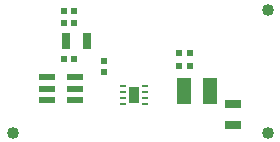
<source format=gtp>
G04*
G04 #@! TF.GenerationSoftware,Altium Limited,Altium Designer,25.4.2 (15)*
G04*
G04 Layer_Color=8421504*
%FSLAX44Y44*%
%MOMM*%
G71*
G04*
G04 #@! TF.SameCoordinates,D5283B10-4766-4311-8C28-4DB947979AFB*
G04*
G04*
G04 #@! TF.FilePolarity,Positive*
G04*
G01*
G75*
%ADD15R,0.8540X1.4660*%
%ADD16C,1.0160*%
G04:AMPARAMS|DCode=17|XSize=1.3mm|YSize=0.76mm|CornerRadius=0.095mm|HoleSize=0mm|Usage=FLASHONLY|Rotation=0.000|XOffset=0mm|YOffset=0mm|HoleType=Round|Shape=RoundedRectangle|*
%AMROUNDEDRECTD17*
21,1,1.3000,0.5700,0,0,0.0*
21,1,1.1100,0.7600,0,0,0.0*
1,1,0.1900,0.5550,-0.2850*
1,1,0.1900,-0.5550,-0.2850*
1,1,0.1900,-0.5550,0.2850*
1,1,0.1900,0.5550,0.2850*
%
%ADD17ROUNDEDRECTD17*%
G04:AMPARAMS|DCode=18|XSize=0.25mm|YSize=0.5mm|CornerRadius=0.05mm|HoleSize=0mm|Usage=FLASHONLY|Rotation=90.000|XOffset=0mm|YOffset=0mm|HoleType=Round|Shape=RoundedRectangle|*
%AMROUNDEDRECTD18*
21,1,0.2500,0.4000,0,0,90.0*
21,1,0.1500,0.5000,0,0,90.0*
1,1,0.1000,0.2000,0.0750*
1,1,0.1000,0.2000,-0.0750*
1,1,0.1000,-0.2000,-0.0750*
1,1,0.1000,-0.2000,0.0750*
%
%ADD18ROUNDEDRECTD18*%
G04:AMPARAMS|DCode=19|XSize=0.55mm|YSize=0.5mm|CornerRadius=0.0625mm|HoleSize=0mm|Usage=FLASHONLY|Rotation=270.000|XOffset=0mm|YOffset=0mm|HoleType=Round|Shape=RoundedRectangle|*
%AMROUNDEDRECTD19*
21,1,0.5500,0.3750,0,0,270.0*
21,1,0.4250,0.5000,0,0,270.0*
1,1,0.1250,-0.1875,-0.2125*
1,1,0.1250,-0.1875,0.2125*
1,1,0.1250,0.1875,0.2125*
1,1,0.1250,0.1875,-0.2125*
%
%ADD19ROUNDEDRECTD19*%
%ADD20R,1.2300X2.2200*%
G04:AMPARAMS|DCode=21|XSize=1.3mm|YSize=0.76mm|CornerRadius=0.095mm|HoleSize=0mm|Usage=FLASHONLY|Rotation=90.000|XOffset=0mm|YOffset=0mm|HoleType=Round|Shape=RoundedRectangle|*
%AMROUNDEDRECTD21*
21,1,1.3000,0.5700,0,0,90.0*
21,1,1.1100,0.7600,0,0,90.0*
1,1,0.1900,0.2850,0.5550*
1,1,0.1900,0.2850,-0.5550*
1,1,0.1900,-0.2850,-0.5550*
1,1,0.1900,-0.2850,0.5550*
%
%ADD21ROUNDEDRECTD21*%
G04:AMPARAMS|DCode=22|XSize=0.55mm|YSize=0.5mm|CornerRadius=0.0625mm|HoleSize=0mm|Usage=FLASHONLY|Rotation=180.000|XOffset=0mm|YOffset=0mm|HoleType=Round|Shape=RoundedRectangle|*
%AMROUNDEDRECTD22*
21,1,0.5500,0.3750,0,0,180.0*
21,1,0.4250,0.5000,0,0,180.0*
1,1,0.1250,-0.2125,0.1875*
1,1,0.1250,0.2125,0.1875*
1,1,0.1250,0.2125,-0.1875*
1,1,0.1250,-0.2125,-0.1875*
%
%ADD22ROUNDEDRECTD22*%
%ADD23R,1.3300X0.5600*%
D15*
X120621Y48260D02*
D03*
D16*
X17780Y16510D02*
D03*
X233680D02*
D03*
Y120650D02*
D03*
D17*
X204470Y40750D02*
D03*
Y22850D02*
D03*
D18*
X111121Y55760D02*
D03*
Y50760D02*
D03*
Y45760D02*
D03*
Y40760D02*
D03*
X130121D02*
D03*
Y45760D02*
D03*
Y50760D02*
D03*
Y55760D02*
D03*
D19*
X158762Y72980D02*
D03*
X167762D02*
D03*
X158750Y83820D02*
D03*
X167750D02*
D03*
X70095Y79090D02*
D03*
X61095D02*
D03*
X70095Y109570D02*
D03*
X61095D02*
D03*
Y119730D02*
D03*
X70095D02*
D03*
D20*
X163140Y52070D02*
D03*
X184840D02*
D03*
D21*
X80835Y94330D02*
D03*
X62935D02*
D03*
D22*
X95250Y67890D02*
D03*
Y76890D02*
D03*
D23*
X46927Y63260D02*
D03*
Y53760D02*
D03*
Y44260D02*
D03*
X70927D02*
D03*
Y53760D02*
D03*
Y63260D02*
D03*
M02*

</source>
